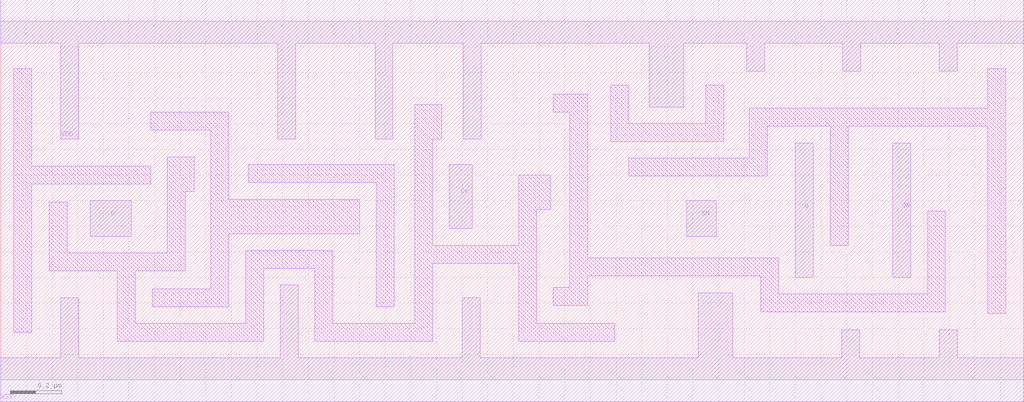
<source format=lef>
# 
# ******************************************************************************
# *                                                                            *
# *                   Copyright (C) 2004-2010, Nangate Inc.                    *
# *                           All rights reserved.                             *
# *                                                                            *
# * Nangate and the Nangate logo are trademarks of Nangate Inc.                *
# *                                                                            *
# * All trademarks, logos, software marks, and trade names (collectively the   *
# * "Marks") in this program are proprietary to Nangate or other respective    *
# * owners that have granted Nangate the right and license to use such Marks.  *
# * You are not permitted to use the Marks without the prior written consent   *
# * of Nangate or such third party that may own the Marks.                     *
# *                                                                            *
# * This file has been provided pursuant to a License Agreement containing     *
# * restrictions on its use. This file contains valuable trade secrets and     *
# * proprietary information of Nangate Inc., and is protected by U.S. and      *
# * international laws and/or treaties.                                        *
# *                                                                            *
# * The copyright notice(s) in this file does not indicate actual or intended  *
# * publication of this file.                                                  *
# *                                                                            *
# *     NGLibraryCreator, v2010.08-HR32-SP3-2010-08-05 - build 1009061800      *
# *                                                                            *
# ******************************************************************************
# 
# 
# Running on brazil06.nangate.com.br for user Giancarlo Franciscatto (gfr).
# Local time is now Fri, 3 Dec 2010, 19:32:18.
# Main process id is 27821.

VERSION 5.6 ;
BUSBITCHARS "[]" ;
DIVIDERCHAR "/" ;

MACRO DFFS_X2
  CLASS core ;
  FOREIGN DFFS_X2 0.0 0.0 ;
  ORIGIN 0 0 ;
  SYMMETRY X Y ;
  SITE FreePDK45_38x28_10R_NP_162NW_34O ;
  SIZE 3.99 BY 1.4 ;
  PIN D
    DIRECTION INPUT ;
    ANTENNAPARTIALMETALAREA 0.0224 LAYER metal1 ;
    ANTENNAPARTIALMETALSIDEAREA 0.078 LAYER metal1 ;
    ANTENNAGATEAREA 0.03475 ;
    PORT
      LAYER metal1 ;
        POLYGON 0.35 0.56 0.51 0.56 0.51 0.7 0.35 0.7  ;
    END
  END D
  PIN SN
    DIRECTION INPUT ;
    ANTENNAPARTIALMETALAREA 0.0161 LAYER metal1 ;
    ANTENNAPARTIALMETALSIDEAREA 0.0663 LAYER metal1 ;
    ANTENNAGATEAREA 0.03525 ;
    PORT
      LAYER metal1 ;
        POLYGON 2.675 0.56 2.79 0.56 2.79 0.7 2.675 0.7  ;
    END
  END SN
  PIN CK
    DIRECTION INPUT ;
    ANTENNAPARTIALMETALAREA 0.0225 LAYER metal1 ;
    ANTENNAPARTIALMETALSIDEAREA 0.0884 LAYER metal1 ;
    ANTENNAGATEAREA 0.02625 ;
    PORT
      LAYER metal1 ;
        POLYGON 1.75 0.59 1.84 0.59 1.84 0.84 1.75 0.84  ;
    END
  END CK
  PIN Q
    DIRECTION OUTPUT ;
    ANTENNAPARTIALMETALAREA 0.03675 LAYER metal1 ;
    ANTENNAPARTIALMETALSIDEAREA 0.1547 LAYER metal1 ;
    ANTENNADIFFAREA 0.1463 ;
    PORT
      LAYER metal1 ;
        POLYGON 3.1 0.4 3.17 0.4 3.17 0.925 3.1 0.925  ;
    END
  END Q
  PIN QN
    DIRECTION OUTPUT ;
    ANTENNAPARTIALMETALAREA 0.03675 LAYER metal1 ;
    ANTENNAPARTIALMETALSIDEAREA 0.1547 LAYER metal1 ;
    ANTENNADIFFAREA 0.1463 ;
    PORT
      LAYER metal1 ;
        POLYGON 3.48 0.4 3.55 0.4 3.55 0.925 3.48 0.925  ;
    END
  END QN
  PIN VDD
    DIRECTION INOUT ;
    USE power ;
    SHAPE ABUTMENT ;
    PORT
      LAYER metal1 ;
        POLYGON 0 1.315 0.235 1.315 0.235 0.94 0.305 0.94 0.305 1.315 0.585 1.315 1.08 1.315 1.08 0.94 1.15 0.94 1.15 1.315 1.46 1.315 1.46 0.94 1.53 0.94 1.53 1.315 1.535 1.315 1.805 1.315 1.805 0.94 1.875 0.94 1.875 1.315 2.53 1.315 2.53 1.065 2.665 1.065 2.665 1.315 2.82 1.315 2.91 1.315 2.91 1.205 2.98 1.205 2.98 1.315 3.285 1.315 3.285 1.205 3.355 1.205 3.355 1.315 3.66 1.315 3.66 1.205 3.73 1.205 3.73 1.315 3.92 1.315 3.99 1.315 3.99 1.485 3.92 1.485 2.82 1.485 1.535 1.485 0.585 1.485 0 1.485  ;
    END
  END VDD
  PIN VSS
    DIRECTION INOUT ;
    USE ground ;
    SHAPE ABUTMENT ;
    PORT
      LAYER metal1 ;
        POLYGON 0 -0.085 3.99 -0.085 3.99 0.085 3.73 0.085 3.73 0.195 3.66 0.195 3.66 0.085 3.35 0.085 3.35 0.195 3.28 0.195 3.28 0.085 2.855 0.085 2.855 0.34 2.72 0.34 2.72 0.085 1.87 0.085 1.87 0.32 1.8 0.32 1.8 0.085 1.16 0.085 1.16 0.37 1.09 0.37 1.09 0.085 0.305 0.085 0.305 0.32 0.235 0.32 0.235 0.085 0 0.085  ;
    END
  END VSS
  OBS
      LAYER metal1 ;
        POLYGON 0.05 0.185 0.12 0.185 0.12 0.765 0.585 0.765 0.585 0.835 0.12 0.835 0.12 1.215 0.05 1.215  ;
        POLYGON 0.585 0.975 0.82 0.975 0.82 0.355 0.59 0.355 0.59 0.285 0.89 0.285 0.89 0.57 1.4 0.57 1.4 0.705 0.89 0.705 0.89 1.045 0.585 1.045  ;
        POLYGON 0.965 0.77 1.465 0.77 1.465 0.285 1.535 0.285 1.535 0.84 0.965 0.84  ;
        POLYGON 0.19 0.425 0.455 0.425 0.455 0.15 1.025 0.15 1.025 0.435 1.225 0.435 1.225 0.15 1.685 0.15 1.685 0.455 2.02 0.455 2.02 0.15 2.395 0.15 2.395 0.22 2.09 0.22 2.09 0.665 2.145 0.665 2.145 0.8 2.02 0.8 2.02 0.525 1.685 0.525 1.685 0.94 1.72 0.94 1.72 1.075 1.615 1.075 1.615 0.22 1.295 0.22 1.295 0.505 0.955 0.505 0.955 0.22 0.525 0.22 0.525 0.425 0.72 0.425 0.72 0.735 0.755 0.735 0.755 0.87 0.65 0.87 0.65 0.495 0.26 0.495 0.26 0.695 0.19 0.695  ;
        POLYGON 2.38 0.93 2.82 0.93 2.82 1.15 2.75 1.15 2.75 1 2.45 1 2.45 1.15 2.38 1.15  ;
        POLYGON 2.155 1.045 2.22 1.045 2.22 0.36 2.155 0.36 2.155 0.29 2.29 0.29 2.29 0.405 2.965 0.405 2.965 0.265 3.685 0.265 3.685 0.66 3.615 0.66 3.615 0.335 3.035 0.335 3.035 0.475 2.29 0.475 2.29 1.115 2.155 1.115  ;
        POLYGON 2.45 0.795 2.99 0.795 2.99 0.99 3.235 0.99 3.235 0.525 3.305 0.525 3.305 0.99 3.85 0.99 3.85 0.26 3.92 0.26 3.92 1.215 3.85 1.215 3.85 1.06 2.92 1.06 2.92 0.865 2.45 0.865  ;
  END
END DFFS_X2

END LIBRARY
#
# End of file
#

</source>
